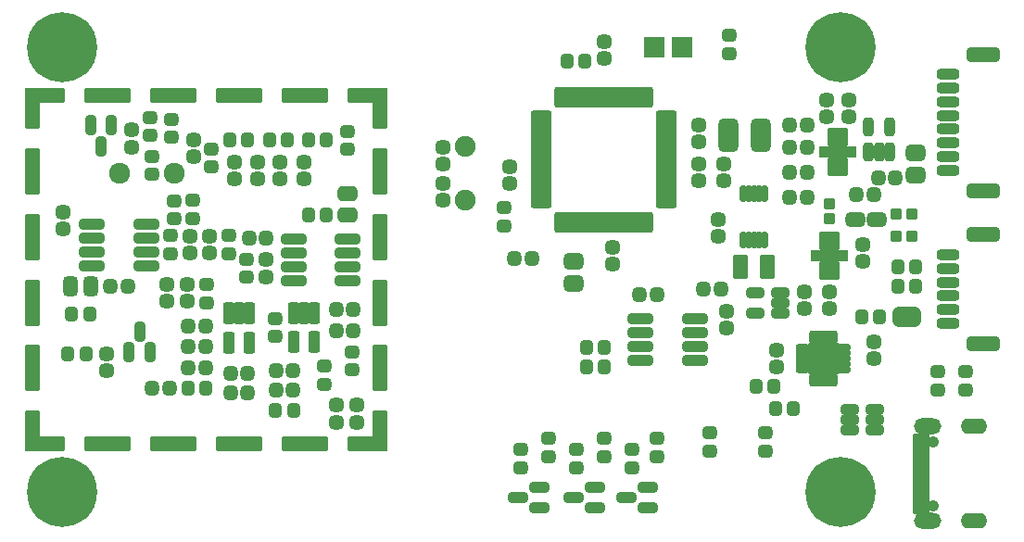
<source format=gbr>
%TF.GenerationSoftware,KiCad,Pcbnew,6.0.4-6f826c9f35~116~ubuntu20.04.1*%
%TF.CreationDate,2022-05-21T22:42:49+00:00*%
%TF.ProjectId,USTSIPIN02A,55535453-4950-4494-9e30-32412e6b6963,02A*%
%TF.SameCoordinates,Original*%
%TF.FileFunction,Soldermask,Bot*%
%TF.FilePolarity,Negative*%
%FSLAX46Y46*%
G04 Gerber Fmt 4.6, Leading zero omitted, Abs format (unit mm)*
G04 Created by KiCad (PCBNEW 6.0.4-6f826c9f35~116~ubuntu20.04.1) date 2022-05-21 22:42:49*
%MOMM*%
%LPD*%
G01*
G04 APERTURE LIST*
G04 Aperture macros list*
%AMRoundRect*
0 Rectangle with rounded corners*
0 $1 Rounding radius*
0 $2 $3 $4 $5 $6 $7 $8 $9 X,Y pos of 4 corners*
0 Add a 4 corners polygon primitive as box body*
4,1,4,$2,$3,$4,$5,$6,$7,$8,$9,$2,$3,0*
0 Add four circle primitives for the rounded corners*
1,1,$1+$1,$2,$3*
1,1,$1+$1,$4,$5*
1,1,$1+$1,$6,$7*
1,1,$1+$1,$8,$9*
0 Add four rect primitives between the rounded corners*
20,1,$1+$1,$2,$3,$4,$5,0*
20,1,$1+$1,$4,$5,$6,$7,0*
20,1,$1+$1,$6,$7,$8,$9,0*
20,1,$1+$1,$8,$9,$2,$3,0*%
%AMFreePoly0*
4,1,41,0.586777,0.930194,0.656366,0.874698,0.694986,0.794504,0.700000,0.750000,0.700000,-0.750000,0.680194,-0.836777,0.624698,-0.906366,0.544504,-0.944986,0.500000,-0.950000,0.000000,-0.950000,-0.023504,-0.944635,-0.083606,-0.943534,-0.139582,-0.934468,-0.274897,-0.892193,-0.326080,-0.867780,-0.444090,-0.789225,-0.486362,-0.751429,-0.577582,-0.642910,-0.607548,-0.594768,-0.664643,-0.465009,
-0.679893,-0.410393,-0.697476,-0.275933,-0.697084,-0.275882,-0.700000,-0.250000,-0.700000,0.250000,-0.697921,0.259109,-0.697582,0.286880,-0.675771,0.426957,-0.659192,0.481183,-0.598944,0.609508,-0.567811,0.656904,-0.473967,0.763162,-0.430783,0.799915,-0.310888,0.875563,-0.259125,0.898717,-0.122818,0.937674,-0.066635,0.945370,-0.042411,0.945222,0.000000,0.950000,0.500000,0.950000,
0.586777,0.930194,0.586777,0.930194,$1*%
%AMFreePoly1*
4,1,41,0.022678,0.944824,0.075125,0.944504,0.131210,0.936123,0.267031,0.895504,0.318507,0.871718,0.437469,0.794611,0.480202,0.757333,0.572740,0.649936,0.603290,0.602165,0.661967,0.473113,0.677883,0.418686,0.697980,0.278353,0.700000,0.250000,0.700000,-0.250000,0.699985,-0.252439,0.699836,-0.264655,0.697079,-0.295398,0.673559,-0.435199,0.656318,-0.489221,0.594506,-0.616800,
0.562797,-0.663810,0.467662,-0.768914,0.424032,-0.805137,0.303222,-0.879314,0.251181,-0.901834,0.114408,-0.939123,0.058135,-0.946132,0.037663,-0.945757,0.000000,-0.950000,-0.500000,-0.950000,-0.586777,-0.930194,-0.656366,-0.874698,-0.694986,-0.794504,-0.700000,-0.750000,-0.700000,0.750000,-0.680194,0.836777,-0.624698,0.906366,-0.544504,0.944986,-0.500000,0.950000,0.000000,0.950000,
0.022678,0.944824,0.022678,0.944824,$1*%
G04 Aperture macros list end*
%ADD10C,6.400000*%
%ADD11C,1.924000*%
%ADD12C,1.900000*%
%ADD13RoundRect,0.200000X-0.762000X-0.762000X0.762000X-0.762000X0.762000X0.762000X-0.762000X0.762000X0*%
%ADD14RoundRect,0.425000X-0.250000X0.225000X-0.250000X-0.225000X0.250000X-0.225000X0.250000X0.225000X0*%
%ADD15RoundRect,0.425000X-0.225000X-0.250000X0.225000X-0.250000X0.225000X0.250000X-0.225000X0.250000X0*%
%ADD16RoundRect,0.425000X0.250000X-0.225000X0.250000X0.225000X-0.250000X0.225000X-0.250000X-0.225000X0*%
%ADD17RoundRect,0.450000X0.250000X0.475000X-0.250000X0.475000X-0.250000X-0.475000X0.250000X-0.475000X0*%
%ADD18RoundRect,0.425000X0.225000X0.250000X-0.225000X0.250000X-0.225000X-0.250000X0.225000X-0.250000X0*%
%ADD19RoundRect,0.450000X0.475000X-0.250000X0.475000X0.250000X-0.475000X0.250000X-0.475000X-0.250000X0*%
%ADD20RoundRect,0.400000X-0.275000X0.200000X-0.275000X-0.200000X0.275000X-0.200000X0.275000X0.200000X0*%
%ADD21RoundRect,0.400000X0.200000X0.275000X-0.200000X0.275000X-0.200000X-0.275000X0.200000X-0.275000X0*%
%ADD22RoundRect,0.400000X0.275000X-0.200000X0.275000X0.200000X-0.275000X0.200000X-0.275000X-0.200000X0*%
%ADD23RoundRect,0.350000X-0.825000X-0.150000X0.825000X-0.150000X0.825000X0.150000X-0.825000X0.150000X0*%
%ADD24RoundRect,0.200000X-0.325000X0.780000X-0.325000X-0.780000X0.325000X-0.780000X0.325000X0.780000X0*%
%ADD25RoundRect,0.350000X0.150000X-0.587500X0.150000X0.587500X-0.150000X0.587500X-0.150000X-0.587500X0*%
%ADD26RoundRect,0.443750X0.456250X-0.243750X0.456250X0.243750X-0.456250X0.243750X-0.456250X-0.243750X0*%
%ADD27RoundRect,0.450000X0.450000X-0.325000X0.450000X0.325000X-0.450000X0.325000X-0.450000X-0.325000X0*%
%ADD28RoundRect,0.200000X-0.750000X0.650000X-0.750000X-0.650000X0.750000X-0.650000X0.750000X0.650000X0*%
%ADD29RoundRect,0.200000X-1.500000X0.350000X-1.500000X-0.350000X1.500000X-0.350000X1.500000X0.350000X0*%
%ADD30RoundRect,0.350000X0.150000X-0.512500X0.150000X0.512500X-0.150000X0.512500X-0.150000X-0.512500X0*%
%ADD31RoundRect,0.200000X-0.750000X-0.275000X0.750000X-0.275000X0.750000X0.275000X-0.750000X0.275000X0*%
%ADD32RoundRect,0.200000X-0.275000X0.750000X-0.275000X-0.750000X0.275000X-0.750000X0.275000X0.750000X0*%
%ADD33RoundRect,0.450001X0.462499X1.074999X-0.462499X1.074999X-0.462499X-1.074999X0.462499X-1.074999X0*%
%ADD34RoundRect,0.200000X0.125000X-0.550000X0.125000X0.550000X-0.125000X0.550000X-0.125000X-0.550000X0*%
%ADD35RoundRect,0.200000X0.500000X0.900000X-0.500000X0.900000X-0.500000X-0.900000X0.500000X-0.900000X0*%
%ADD36RoundRect,0.400000X-0.200000X-0.275000X0.200000X-0.275000X0.200000X0.275000X-0.200000X0.275000X0*%
%ADD37RoundRect,0.200000X-1.900000X-0.500000X1.900000X-0.500000X1.900000X0.500000X-1.900000X0.500000X0*%
%ADD38RoundRect,0.200000X-0.500000X-1.900000X0.500000X-1.900000X0.500000X1.900000X-0.500000X1.900000X0*%
%ADD39RoundRect,0.200000X-0.500000X-0.500000X0.500000X-0.500000X0.500000X0.500000X-0.500000X0.500000X0*%
%ADD40RoundRect,0.200000X-0.500000X-1.150000X0.500000X-1.150000X0.500000X1.150000X-0.500000X1.150000X0*%
%ADD41RoundRect,0.200000X-1.150000X-0.500000X1.150000X-0.500000X1.150000X0.500000X-1.150000X0.500000X0*%
%ADD42RoundRect,0.350000X-0.700000X0.150000X-0.700000X-0.150000X0.700000X-0.150000X0.700000X0.150000X0*%
%ADD43RoundRect,0.450000X-1.100000X0.250000X-1.100000X-0.250000X1.100000X-0.250000X1.100000X0.250000X0*%
%ADD44RoundRect,0.350000X-0.587500X-0.150000X0.587500X-0.150000X0.587500X0.150000X-0.587500X0.150000X0*%
%ADD45RoundRect,0.200000X0.300000X0.350000X-0.300000X0.350000X-0.300000X-0.350000X0.300000X-0.350000X0*%
%ADD46RoundRect,0.350000X-0.150000X0.587500X-0.150000X-0.587500X0.150000X-0.587500X0.150000X0.587500X0*%
%ADD47C,1.050000*%
%ADD48RoundRect,0.200000X-0.575000X0.300000X-0.575000X-0.300000X0.575000X-0.300000X0.575000X0.300000X0*%
%ADD49RoundRect,0.200000X-0.575000X0.150000X-0.575000X-0.150000X0.575000X-0.150000X0.575000X0.150000X0*%
%ADD50O,2.400000X1.400000*%
%ADD51O,2.500000X1.450000*%
%ADD52RoundRect,0.450000X-0.450000X0.325000X-0.450000X-0.325000X0.450000X-0.325000X0.450000X0.325000X0*%
%ADD53RoundRect,0.350000X-0.512500X-0.150000X0.512500X-0.150000X0.512500X0.150000X-0.512500X0.150000X0*%
%ADD54FreePoly0,0.000000*%
%ADD55FreePoly1,0.000000*%
%ADD56RoundRect,0.262500X0.350000X0.062500X-0.350000X0.062500X-0.350000X-0.062500X0.350000X-0.062500X0*%
%ADD57RoundRect,0.262500X0.062500X0.350000X-0.062500X0.350000X-0.062500X-0.350000X0.062500X-0.350000X0*%
%ADD58RoundRect,0.200000X1.250000X1.250000X-1.250000X1.250000X-1.250000X-1.250000X1.250000X-1.250000X0*%
%ADD59RoundRect,0.200000X-0.350000X0.300000X-0.350000X-0.300000X0.350000X-0.300000X0.350000X0.300000X0*%
%ADD60RoundRect,0.350000X0.512500X0.150000X-0.512500X0.150000X-0.512500X-0.150000X0.512500X-0.150000X0*%
%ADD61RoundRect,0.350000X0.825000X0.150000X-0.825000X0.150000X-0.825000X-0.150000X0.825000X-0.150000X0*%
G04 APERTURE END LIST*
D10*
%TO.C,M2*%
X174972341Y-78676927D03*
%TD*%
%TO.C,M3*%
X103852341Y-78676927D03*
%TD*%
%TO.C,M4*%
X103852341Y-119316927D03*
%TD*%
D11*
%TO.C,D2*%
X114132341Y-90206927D03*
X109132341Y-90206927D03*
%TD*%
D10*
%TO.C,M1*%
X174972341Y-119316927D03*
%TD*%
D12*
%TO.C,Y1*%
X140682341Y-92646927D03*
X140682341Y-87766927D03*
%TD*%
D13*
%TO.C,J6*%
X160494341Y-78676927D03*
%TD*%
%TO.C,J5*%
X157954341Y-78676927D03*
%TD*%
D14*
%TO.C,C20*%
X107916341Y-106654727D03*
X107916341Y-108204727D03*
%TD*%
D15*
%TO.C,C1*%
X115421741Y-106058127D03*
X116971741Y-106058127D03*
%TD*%
D16*
%TO.C,C3*%
X104012341Y-95269427D03*
X104012341Y-93719427D03*
%TD*%
D15*
%TO.C,C4*%
X115421741Y-104178527D03*
X116971741Y-104178527D03*
%TD*%
D17*
%TO.C,C5*%
X106549841Y-100526927D03*
X104649841Y-100526927D03*
%TD*%
D14*
%TO.C,C6*%
X113453541Y-100304727D03*
X113453541Y-101854727D03*
%TD*%
D18*
%TO.C,C7*%
X130484541Y-104584927D03*
X128934541Y-104584927D03*
%TD*%
%TO.C,C8*%
X124998141Y-110020527D03*
X123448141Y-110020527D03*
%TD*%
D15*
%TO.C,C9*%
X119282541Y-110274527D03*
X120832541Y-110274527D03*
%TD*%
D18*
%TO.C,C10*%
X109867341Y-100526927D03*
X108317341Y-100526927D03*
%TD*%
D14*
%TO.C,C11*%
X115282341Y-100304727D03*
X115282341Y-101854727D03*
%TD*%
D18*
%TO.C,C12*%
X130484541Y-102603727D03*
X128934541Y-102603727D03*
%TD*%
%TO.C,C13*%
X124998141Y-108242527D03*
X123448141Y-108242527D03*
%TD*%
D15*
%TO.C,C14*%
X119282541Y-108496527D03*
X120832541Y-108496527D03*
%TD*%
D16*
%TO.C,C15*%
X115536341Y-97485927D03*
X115536341Y-95935927D03*
%TD*%
D14*
%TO.C,C16*%
X117314341Y-95935927D03*
X117314341Y-97485927D03*
%TD*%
D18*
%TO.C,C17*%
X122508941Y-96101327D03*
X120958941Y-96101327D03*
%TD*%
D16*
%TO.C,C18*%
X122546741Y-99632527D03*
X122546741Y-98082527D03*
%TD*%
D19*
%TO.C,C19*%
X129963541Y-93952527D03*
X129963541Y-92052527D03*
%TD*%
D20*
%TO.C,R3*%
X130369941Y-106503127D03*
X130369941Y-108153127D03*
%TD*%
D21*
%TO.C,R4*%
X125048141Y-111849327D03*
X123398141Y-111849327D03*
%TD*%
%TO.C,R5*%
X117021741Y-109817327D03*
X115371741Y-109817327D03*
%TD*%
%TO.C,R6*%
X106424841Y-103066927D03*
X104774841Y-103066927D03*
%TD*%
D20*
%TO.C,R7*%
X114172341Y-92716927D03*
X114172341Y-94366927D03*
%TD*%
D22*
%TO.C,R8*%
X115790341Y-94303427D03*
X115790341Y-92653427D03*
%TD*%
%TO.C,R9*%
X113758341Y-97535927D03*
X113758341Y-95885927D03*
%TD*%
%TO.C,R10*%
X119092341Y-97535927D03*
X119092341Y-95885927D03*
%TD*%
%TO.C,R11*%
X120768741Y-99681727D03*
X120768741Y-98031727D03*
%TD*%
%TO.C,R12*%
X123372341Y-105121927D03*
X123372341Y-103471927D03*
%TD*%
D21*
%TO.C,R13*%
X128033141Y-93967727D03*
X126383141Y-93967727D03*
%TD*%
D23*
%TO.C,U1*%
X106617341Y-98621927D03*
X106617341Y-97351927D03*
X106617341Y-96081927D03*
X106617341Y-94811927D03*
X111567341Y-94811927D03*
X111567341Y-96081927D03*
X111567341Y-97351927D03*
X111567341Y-98621927D03*
%TD*%
D24*
%TO.C,U4*%
X125051141Y-102930127D03*
X126001141Y-102930127D03*
X126951141Y-102930127D03*
X126951141Y-105630127D03*
X125051141Y-105630127D03*
%TD*%
%TO.C,U5*%
X119107541Y-102980927D03*
X120057541Y-102980927D03*
X121007541Y-102980927D03*
X121007541Y-105680927D03*
X119107541Y-105680927D03*
%TD*%
D20*
%TO.C,R2*%
X117060341Y-100356327D03*
X117060341Y-102006327D03*
%TD*%
D23*
%TO.C,U2*%
X125050141Y-99987527D03*
X125050141Y-98717527D03*
X125050141Y-97447527D03*
X125050141Y-96177527D03*
X130000141Y-96177527D03*
X130000141Y-97447527D03*
X130000141Y-98717527D03*
X130000141Y-99987527D03*
%TD*%
D22*
%TO.C,R1*%
X127829941Y-109473927D03*
X127829941Y-107823927D03*
%TD*%
D14*
%TO.C,C2*%
X121784741Y-89128727D03*
X121784741Y-90678727D03*
%TD*%
D25*
%TO.C,U3*%
X111914341Y-106538427D03*
X110014341Y-106538427D03*
X110964341Y-104663427D03*
%TD*%
D14*
%TO.C,C21*%
X125950341Y-89128727D03*
X125950341Y-90678727D03*
%TD*%
D26*
%TO.C,F2*%
X176399341Y-94424927D03*
X178274341Y-94424927D03*
%TD*%
D27*
%TO.C,L3*%
X181830341Y-90369927D03*
X181830341Y-88319927D03*
%TD*%
D16*
%TO.C,C50*%
X175734341Y-85026927D03*
X175734341Y-83476927D03*
%TD*%
%TO.C,C42*%
X173702341Y-85026927D03*
X173702341Y-83476927D03*
%TD*%
D28*
%TO.C,C52*%
X174718341Y-86898927D03*
D29*
X174718341Y-88248927D03*
D28*
X174718341Y-89598927D03*
%TD*%
D16*
%TO.C,C44*%
X162018341Y-90881927D03*
X162018341Y-89331927D03*
%TD*%
%TO.C,C40*%
X164304341Y-90881927D03*
X164304341Y-89331927D03*
%TD*%
%TO.C,C31*%
X162018341Y-87325927D03*
X162018341Y-85775927D03*
%TD*%
D15*
%TO.C,C27*%
X170387341Y-87820927D03*
X171937341Y-87820927D03*
%TD*%
D30*
%TO.C,U8*%
X179478341Y-88196427D03*
X178528341Y-88196427D03*
X177578341Y-88196427D03*
X177578341Y-85921427D03*
X179478341Y-85921427D03*
%TD*%
D31*
%TO.C,U10*%
X147686341Y-92930927D03*
X147686341Y-92130927D03*
X147686341Y-91330927D03*
X147686341Y-90530927D03*
X147686341Y-89730927D03*
X147686341Y-88930927D03*
X147686341Y-88130927D03*
X147686341Y-87330927D03*
X147686341Y-86530927D03*
X147686341Y-85730927D03*
X147686341Y-84930927D03*
D32*
X149386341Y-83230927D03*
X150186341Y-83230927D03*
X150986341Y-83230927D03*
X151786341Y-83230927D03*
X152586341Y-83230927D03*
X153386341Y-83230927D03*
X154186341Y-83230927D03*
X154986341Y-83230927D03*
X155786341Y-83230927D03*
X156586341Y-83230927D03*
X157386341Y-83230927D03*
D31*
X159086341Y-84930927D03*
X159086341Y-85730927D03*
X159086341Y-86530927D03*
X159086341Y-87330927D03*
X159086341Y-88130927D03*
X159086341Y-88930927D03*
X159086341Y-89730927D03*
X159086341Y-90530927D03*
X159086341Y-91330927D03*
X159086341Y-92130927D03*
X159086341Y-92930927D03*
D32*
X157386341Y-94630927D03*
X156586341Y-94630927D03*
X155786341Y-94630927D03*
X154986341Y-94630927D03*
X154186341Y-94630927D03*
X153386341Y-94630927D03*
X152586341Y-94630927D03*
X151786341Y-94630927D03*
X150986341Y-94630927D03*
X150186341Y-94630927D03*
X149386341Y-94630927D03*
%TD*%
D21*
%TO.C,R20*%
X153445341Y-107886927D03*
X151795341Y-107886927D03*
%TD*%
D28*
%TO.C,C29*%
X173956341Y-96376927D03*
D29*
X173956341Y-97726927D03*
D28*
X173956341Y-99076927D03*
%TD*%
D22*
%TO.C,R23*%
X144238341Y-94995927D03*
X144238341Y-93345927D03*
%TD*%
D15*
%TO.C,C26*%
X170387341Y-90106927D03*
X171937341Y-90106927D03*
%TD*%
%TO.C,C28*%
X170387341Y-85788927D03*
X171937341Y-85788927D03*
%TD*%
D16*
%TO.C,C30*%
X138650341Y-92659927D03*
X138650341Y-91109927D03*
%TD*%
D14*
%TO.C,C33*%
X138650341Y-87807927D03*
X138650341Y-89357927D03*
%TD*%
D16*
%TO.C,C34*%
X144746341Y-91135927D03*
X144746341Y-89585927D03*
%TD*%
D14*
%TO.C,C35*%
X154144341Y-96951927D03*
X154144341Y-98501927D03*
%TD*%
D16*
%TO.C,C39*%
X153382341Y-79705927D03*
X153382341Y-78155927D03*
%TD*%
D15*
%TO.C,C43*%
X145241341Y-97980927D03*
X146791341Y-97980927D03*
%TD*%
%TO.C,C47*%
X170387341Y-92392927D03*
X171937341Y-92392927D03*
%TD*%
D33*
%TO.C,L1*%
X167696841Y-86677927D03*
X164721841Y-86677927D03*
%TD*%
D21*
%TO.C,R21*%
X153445341Y-106108927D03*
X151795341Y-106108927D03*
%TD*%
D34*
%TO.C,U11*%
X168098341Y-96320927D03*
X167598341Y-96320927D03*
X167098341Y-96320927D03*
X166598341Y-96320927D03*
X166098341Y-96320927D03*
X166098341Y-92020927D03*
X166598341Y-92020927D03*
X167098341Y-92020927D03*
X167598341Y-92020927D03*
X168098341Y-92020927D03*
%TD*%
D35*
%TO.C,Y2*%
X165848341Y-98742927D03*
X168348341Y-98742927D03*
%TD*%
D14*
%TO.C,C23*%
X123816741Y-89128727D03*
X123816741Y-90678727D03*
%TD*%
%TO.C,C24*%
X119600341Y-89128727D03*
X119600341Y-90678727D03*
%TD*%
D18*
%TO.C,C32*%
X179997341Y-90596927D03*
X178447341Y-90596927D03*
%TD*%
D15*
%TO.C,C54*%
X176483341Y-92138927D03*
X178033341Y-92138927D03*
%TD*%
D36*
%TO.C,R15*%
X126395341Y-87109727D03*
X128045341Y-87109727D03*
%TD*%
%TO.C,R19*%
X122839341Y-87109727D03*
X124489341Y-87109727D03*
%TD*%
%TO.C,R22*%
X119181741Y-87109727D03*
X120831741Y-87109727D03*
%TD*%
D37*
%TO.C,M8*%
X126044341Y-83096927D03*
D38*
X101144341Y-95996927D03*
D39*
X132944341Y-83096927D03*
D37*
X108044341Y-114896927D03*
X126044341Y-114896927D03*
X114044341Y-114896927D03*
D38*
X132944341Y-107996927D03*
D37*
X120044341Y-114896927D03*
D38*
X101144341Y-101996927D03*
X132944341Y-95996927D03*
D40*
X132944341Y-84746927D03*
D38*
X101144341Y-89996927D03*
D41*
X131294341Y-83096927D03*
D37*
X120044341Y-83096927D03*
D38*
X101144341Y-107996927D03*
D37*
X108044341Y-83096927D03*
D39*
X101144341Y-114896927D03*
X101144341Y-83096927D03*
D38*
X132944341Y-89996927D03*
D40*
X101144341Y-113246927D03*
X101144341Y-84746927D03*
D41*
X131294341Y-114896927D03*
D38*
X132944341Y-101996927D03*
D37*
X114044341Y-83096927D03*
D39*
X132944341Y-114896927D03*
D40*
X132944341Y-113246927D03*
D41*
X102794341Y-114896927D03*
X102794341Y-83096927D03*
%TD*%
D42*
%TO.C,J3*%
X184806341Y-97649927D03*
X184806341Y-98899927D03*
X184806341Y-100149927D03*
X184806341Y-101399927D03*
X184806341Y-102649927D03*
X184806341Y-103899927D03*
D43*
X188006341Y-95799927D03*
X188006341Y-105749927D03*
%TD*%
D44*
%TO.C,Q2*%
X147461841Y-118874927D03*
X147461841Y-120774927D03*
X145586841Y-119824927D03*
%TD*%
D18*
%TO.C,C58*%
X113669741Y-109817327D03*
X112119741Y-109817327D03*
%TD*%
D21*
%TO.C,R39*%
X106048941Y-106667727D03*
X104398941Y-106667727D03*
%TD*%
D20*
%TO.C,R37*%
X158208341Y-114427927D03*
X158208341Y-116077927D03*
%TD*%
D14*
%TO.C,C59*%
X110253141Y-86233127D03*
X110253141Y-87783127D03*
%TD*%
D42*
%TO.C,J1*%
X184806341Y-81159927D03*
X184806341Y-82409927D03*
X184806341Y-83659927D03*
X184806341Y-84909927D03*
X184806341Y-86159927D03*
X184806341Y-87409927D03*
X184806341Y-88659927D03*
X184806341Y-89909927D03*
D43*
X188006341Y-79309927D03*
X188006341Y-91759927D03*
%TD*%
D20*
%TO.C,R42*%
X153382341Y-114427927D03*
X153382341Y-116077927D03*
%TD*%
%TO.C,R44*%
X150842341Y-117093927D03*
X150842341Y-115443927D03*
%TD*%
D22*
%TO.C,R28*%
X168114341Y-115569927D03*
X168114341Y-113919927D03*
%TD*%
D14*
%TO.C,C37*%
X115922341Y-87121927D03*
X115922341Y-88671927D03*
%TD*%
D15*
%TO.C,C55*%
X115421741Y-107937727D03*
X116971741Y-107937727D03*
%TD*%
D45*
%TO.C,D6*%
X180114341Y-93916927D03*
X181514341Y-93916927D03*
%TD*%
D14*
%TO.C,C48*%
X178020341Y-105587927D03*
X178020341Y-107137927D03*
%TD*%
D46*
%TO.C,Q1*%
X106509141Y-85816627D03*
X108409141Y-85816627D03*
X107459141Y-87691627D03*
%TD*%
D22*
%TO.C,R41*%
X111972341Y-86721927D03*
X111972341Y-85071927D03*
%TD*%
D47*
%TO.C,J4*%
X183484341Y-120544427D03*
X183484341Y-114764427D03*
D48*
X182409341Y-114454427D03*
X182409341Y-115254427D03*
D49*
X182409341Y-116404427D03*
X182409341Y-117404427D03*
X182409341Y-117904427D03*
X182409341Y-118904427D03*
D48*
X182409341Y-120854427D03*
X182409341Y-120054427D03*
D49*
X182409341Y-119404427D03*
X182409341Y-118404427D03*
X182409341Y-116904427D03*
X182409341Y-115904427D03*
D50*
X187164341Y-113334427D03*
X187164341Y-121974427D03*
D51*
X182984341Y-113334427D03*
X182984341Y-121974427D03*
%TD*%
D21*
%TO.C,R27*%
X168939341Y-109664927D03*
X167289341Y-109664927D03*
%TD*%
D36*
%TO.C,R34*%
X180243341Y-100520927D03*
X181893341Y-100520927D03*
%TD*%
D52*
%TO.C,L2*%
X150588341Y-98225927D03*
X150588341Y-100275927D03*
%TD*%
D22*
%TO.C,R43*%
X155922341Y-117093927D03*
X155922341Y-115443927D03*
%TD*%
%TO.C,R30*%
X183862341Y-109981927D03*
X183862341Y-108331927D03*
%TD*%
D14*
%TO.C,C57*%
X130776341Y-111379127D03*
X130776341Y-112929127D03*
%TD*%
D53*
%TO.C,U7*%
X175866841Y-113662927D03*
X175866841Y-112712927D03*
X175866841Y-111762927D03*
X178141841Y-111762927D03*
X178141841Y-112712927D03*
X178141841Y-113662927D03*
%TD*%
D20*
%TO.C,R14*%
X112122341Y-88621927D03*
X112122341Y-90271927D03*
%TD*%
D54*
%TO.C,JP1*%
X180418341Y-103314927D03*
D55*
X181718341Y-103314927D03*
%TD*%
D20*
%TO.C,R40*%
X129963541Y-86335527D03*
X129963541Y-87985527D03*
%TD*%
D22*
%TO.C,R29*%
X163034341Y-115569927D03*
X163034341Y-113919927D03*
%TD*%
D14*
%TO.C,C56*%
X128947541Y-111379127D03*
X128947541Y-112929127D03*
%TD*%
D18*
%TO.C,C49*%
X164063341Y-100774927D03*
X162513341Y-100774927D03*
%TD*%
D22*
%TO.C,R31*%
X186402341Y-109981927D03*
X186402341Y-108331927D03*
%TD*%
D14*
%TO.C,C60*%
X163796341Y-94411927D03*
X163796341Y-95961927D03*
%TD*%
%TO.C,C38*%
X177004341Y-96697927D03*
X177004341Y-98247927D03*
%TD*%
D44*
%TO.C,Q3*%
X157367841Y-118874927D03*
X157367841Y-120774927D03*
X155492841Y-119824927D03*
%TD*%
D56*
%TO.C,U9*%
X175385841Y-106124927D03*
X175385841Y-106624927D03*
X175385841Y-107124927D03*
X175385841Y-107624927D03*
X175385841Y-108124927D03*
D57*
X174448341Y-109062427D03*
X173948341Y-109062427D03*
X173448341Y-109062427D03*
X172948341Y-109062427D03*
X172448341Y-109062427D03*
D56*
X171510841Y-108124927D03*
X171510841Y-107624927D03*
X171510841Y-107124927D03*
X171510841Y-106624927D03*
X171510841Y-106124927D03*
D57*
X172448341Y-105187427D03*
X172948341Y-105187427D03*
X173448341Y-105187427D03*
X173948341Y-105187427D03*
X174448341Y-105187427D03*
D58*
X173448341Y-107124927D03*
%TD*%
D22*
%TO.C,R16*%
X117517541Y-89611127D03*
X117517541Y-87961127D03*
%TD*%
D14*
%TO.C,C46*%
X171670341Y-101015927D03*
X171670341Y-102565927D03*
%TD*%
D20*
%TO.C,C53*%
X113910741Y-85230927D03*
X113910741Y-86880927D03*
%TD*%
D14*
%TO.C,C41*%
X173956341Y-101015927D03*
X173956341Y-102565927D03*
%TD*%
D21*
%TO.C,R45*%
X151667341Y-79946927D03*
X150017341Y-79946927D03*
%TD*%
D22*
%TO.C,R36*%
X145762341Y-117093927D03*
X145762341Y-115443927D03*
%TD*%
D59*
%TO.C,D1*%
X173956341Y-94362927D03*
X173956341Y-92962927D03*
%TD*%
D21*
%TO.C,R26*%
X170717341Y-111696927D03*
X169067341Y-111696927D03*
%TD*%
D60*
%TO.C,U12*%
X169505841Y-101094927D03*
X169505841Y-102044927D03*
X169505841Y-102994927D03*
X167230841Y-102994927D03*
X167230841Y-101094927D03*
%TD*%
D16*
%TO.C,C45*%
X169130341Y-107886927D03*
X169130341Y-106336927D03*
%TD*%
D44*
%TO.C,Q4*%
X152541841Y-118874927D03*
X152541841Y-120774927D03*
X150666841Y-119824927D03*
%TD*%
D36*
%TO.C,R32*%
X176941341Y-103314927D03*
X178591341Y-103314927D03*
%TD*%
D45*
%TO.C,D5*%
X180114341Y-95948927D03*
X181514341Y-95948927D03*
%TD*%
D14*
%TO.C,C51*%
X164558341Y-102793927D03*
X164558341Y-104343927D03*
%TD*%
D61*
%TO.C,U6*%
X161699341Y-103441927D03*
X161699341Y-104711927D03*
X161699341Y-105981927D03*
X161699341Y-107251927D03*
X156749341Y-107251927D03*
X156749341Y-105981927D03*
X156749341Y-104711927D03*
X156749341Y-103441927D03*
%TD*%
D15*
%TO.C,C36*%
X156671341Y-101282927D03*
X158221341Y-101282927D03*
%TD*%
D20*
%TO.C,R38*%
X164812341Y-77597927D03*
X164812341Y-79247927D03*
%TD*%
%TO.C,R35*%
X148302341Y-114427927D03*
X148302341Y-116077927D03*
%TD*%
D36*
%TO.C,R33*%
X180243341Y-98742927D03*
X181893341Y-98742927D03*
%TD*%
M02*

</source>
